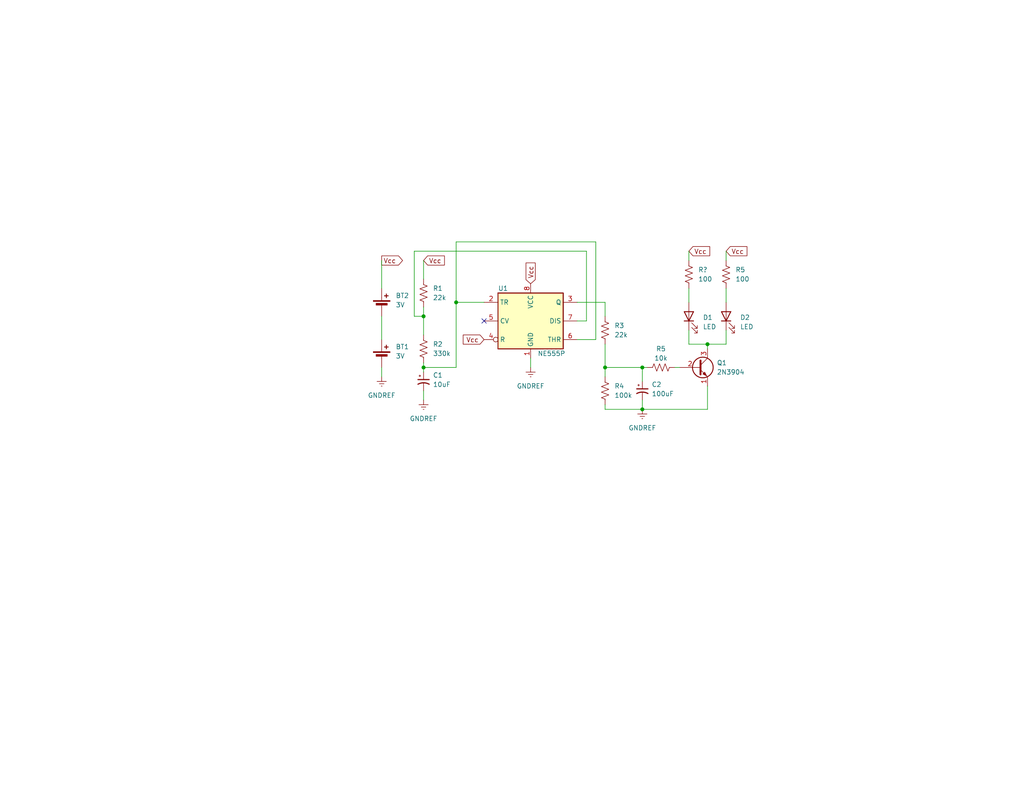
<source format=kicad_sch>
(kicad_sch (version 20230121) (generator eeschema)
  (paper "A")
  (title_block (title "555 Badge Tutorial") (date "2024-04-29") (rev "v1.0") (company "Joel Brigida"))
  (lib_symbols
    (symbol "Device:Battery_Cell" (pin_numbers hide) (pin_names (offset 0) hide)
      (property "Reference" "BT" (at 2.54 2.54 0))
      (property "Value" "Battery_Cell" (at 2.54 0 0))
      (symbol "Battery_Cell_0_1"
        (rectangle (start -2.286 1.778) (end 2.286 1.524) (fill (type outline)))
        (rectangle (start -1.524 1.016) (end 1.524 0.508) (fill (type outline)))
        (polyline (pts (xy 0 0.762) (xy 0 0)))
        (polyline (pts (xy 0 1.778) (xy 0 2.54)))
        (polyline (pts (xy 0.762 3.048) (xy 1.778 3.048)) (stroke (width 0.254)))
        (polyline (pts (xy 1.27 3.556) (xy 1.27 2.54)) (stroke (width 0.254)))
      )
      (symbol "Battery_Cell_1_1"
        (pin passive line (at 0 5.08 270) (length 2.54) (name "+") (number "1"))
        (pin passive line (at 0 -2.54 90) (length 2.54) (name "-") (number "2"))
      )
    )
    (symbol "Device:C_Polarized_Small_US" (pin_numbers hide) (pin_names (offset 0.254) hide)
      (property "Reference" "C" (at 0.254 1.778 0))
      (property "Value" "C_Polarized_Small_US" (at 0.254 -2.032 0))
      (symbol "C_Polarized_Small_US_0_1"
        (polyline (pts (xy -1.524 0.508) (xy 1.524 0.508)) (stroke (width 0.3048)))
        (polyline (pts (xy -1.27 1.524) (xy -0.762 1.524)))
        (polyline (pts (xy -1.016 1.27) (xy -1.016 1.778)))
        (arc (start 1.524 -0.762) (mid 0 -0.3734) (end -1.524 -0.762) (stroke (width 0.3048)))
      )
      (symbol "C_Polarized_Small_US_1_1"
        (pin passive line (at 0 2.54 270) (length 2.032) (name "~") (number "1"))
        (pin passive line (at 0 -2.54 90) (length 2.032) (name "~") (number "2"))
      )
    )
    (symbol "Device:LED" (pin_numbers hide) (pin_names (offset 1.016) hide)
      (property "Reference" "D" (at 0 2.54 0))
      (property "Value" "LED" (at 0 -2.54 0))
      (symbol "LED_0_1"
        (polyline (pts (xy -1.27 -1.27) (xy -1.27 1.27)) (stroke (width 0.254)))
        (polyline (pts (xy -1.27 0) (xy 1.27 0)))
        (polyline (pts (xy 1.27 -1.27) (xy 1.27 1.27) (xy -1.27 0) (xy 1.27 -1.27)) (stroke (width 0.254)))
        (polyline (pts (xy -3.048 -0.762) (xy -4.572 -2.286) (xy -3.81 -2.286) (xy -4.572 -2.286) (xy -4.572 -1.524)))
        (polyline (pts (xy -1.778 -0.762) (xy -3.302 -2.286) (xy -2.54 -2.286) (xy -3.302 -2.286) (xy -3.302 -1.524)))
      )
      (symbol "LED_1_1"
        (pin passive line (at -3.81 0 0) (length 2.54) (name "K") (number "1"))
        (pin passive line (at 3.81 0 180) (length 2.54) (name "A") (number "2"))
      )
    )
    (symbol "Device:R_US" (pin_numbers hide) (pin_names (offset 0))
      (property "Reference" "R" (at 2.54 0 90))
      (property "Value" "R_US" (at -2.54 0 90))
      (symbol "R_US_0_1"
        (polyline (pts (xy 0 -2.286) (xy 0 -2.54)))
        (polyline (pts (xy 0 2.286) (xy 0 2.54)))
        (polyline (pts (xy 0 -0.762) (xy 1.016 -1.143) (xy 0 -1.524) (xy -1.016 -1.905) (xy 0 -2.286)))
        (polyline (pts (xy 0 0.762) (xy 1.016 0.381) (xy 0 0) (xy -1.016 -0.381) (xy 0 -0.762)))
        (polyline (pts (xy 0 2.286) (xy 1.016 1.905) (xy 0 1.524) (xy -1.016 1.143) (xy 0 0.762)))
      )
      (symbol "R_US_1_1"
        (pin passive line (at 0 3.81 270) (length 1.27) (name "~") (number "1"))
        (pin passive line (at 0 -3.81 90) (length 1.27) (name "~") (number "2"))
      )
    )
    (symbol "Timer:NE555P"
      (property "Reference" "U" (at -10.16 8.89 0))
      (property "Value" "NE555P" (at 2.54 8.89 0))
      (symbol "NE555P_0_0"
        (pin power_in line (at 0 -10.16 90) (length 2.54) (name "GND") (number "1"))
        (pin power_in line (at 0 10.16 270) (length 2.54) (name "VCC") (number "8"))
      )
      (symbol "NE555P_0_1"
        (rectangle (start -8.89 -7.62) (end 8.89 7.62) (stroke (width 0.254)) (fill (type background)))
        (rectangle (start -8.89 -7.62) (end 8.89 7.62) (stroke (width 0.254)) (fill (type background)))
      )
      (symbol "NE555P_1_1"
        (pin input line (at -12.7 5.08 0) (length 3.81) (name "TR") (number "2"))
        (pin output line (at 12.7 5.08 180) (length 3.81) (name "Q") (number "3"))
        (pin input inverted (at -12.7 -5.08 0) (length 3.81) (name "R") (number "4"))
        (pin input line (at -12.7 0 0) (length 3.81) (name "CV") (number "5"))
        (pin input line (at 12.7 -5.08 180) (length 3.81) (name "THR") (number "6"))
        (pin input line (at 12.7 0 180) (length 3.81) (name "DIS") (number "7"))
      )
    )
    (symbol "Transistor_BJT:2N3904" (pin_names (offset 0) hide)
      (property "Reference" "Q" (at 5.08 1.905 0))
      (property "Value" "2N3904" (at 5.08 0 0))
      (symbol "2N3904_0_1"
        (polyline (pts (xy 0.635 0.635) (xy 2.54 2.54)))
        (polyline (pts (xy 0.635 -0.635) (xy 2.54 -2.54) (xy 2.54 -2.54)))
        (polyline (pts (xy 0.635 1.905) (xy 0.635 -1.905) (xy 0.635 -1.905)) (stroke (width 0.508)))
        (polyline (pts (xy 1.27 -1.778) (xy 1.778 -1.27) (xy 2.286 -2.286) (xy 1.27 -1.778) (xy 1.27 -1.778)) (fill (type outline)))
        (circle (center 1.27 0) (radius 2.8194) (stroke (width 0.254)))
      )
      (symbol "2N3904_1_1"
        (pin passive line (at 2.54 -5.08 90) (length 2.54) (name "E") (number "1"))
        (pin passive line (at -5.08 0 0) (length 5.715) (name "B") (number "2"))
        (pin passive line (at 2.54 5.08 270) (length 2.54) (name "C") (number "3"))
      )
    )
    (symbol "power:GNDREF" (power) (pin_names (offset 0))
      (property "Value" "GNDREF" (at 0 -3.81 0))
      (symbol "GNDREF_0_1"
        (polyline (pts (xy -0.635 -1.905) (xy 0.635 -1.905)))
        (polyline (pts (xy -0.127 -2.54) (xy 0.127 -2.54)))
        (polyline (pts (xy 0 -1.27) (xy 0 0)))
        (polyline (pts (xy 1.27 -1.27) (xy -1.27 -1.27)))
      )
      (symbol "GNDREF_1_1"
        (pin power_in line (at 0 0 270) (length 0) hide (name "GNDREF") (number "1"))
      )
    )
  )
  (junction (at 165.1 100.33))
  (junction (at 124.46 82.55))
  (junction (at 115.57 86.36))
  (junction (at 175.26 100.33))
  (junction (at 193.04 93.98))
  (junction (at 115.57 100.33))
  (junction (at 175.26 111.76))
  (no_connect (at 132.08 87.63))
  (wire (pts (xy 198.12 78.74) (xy 198.12 82.55)))
  (wire (pts (xy 165.1 93.98) (xy 165.1 100.33)))
  (wire (pts (xy 115.57 86.36) (xy 115.57 91.44)))
  (wire (pts (xy 193.04 111.76) (xy 175.26 111.76)))
  (wire (pts (xy 187.96 90.17) (xy 187.96 93.98)))
  (wire (pts (xy 175.26 100.33) (xy 175.26 104.14)))
  (wire (pts (xy 124.46 100.33) (xy 115.57 100.33)))
  (wire (pts (xy 165.1 100.33) (xy 175.26 100.33)))
  (wire (pts (xy 104.14 71.12) (xy 104.14 78.74)))
  (wire (pts (xy 165.1 100.33) (xy 165.1 102.87)))
  (wire (pts (xy 187.96 93.98) (xy 193.04 93.98)))
  (wire (pts (xy 113.03 86.36) (xy 115.57 86.36)))
  (wire (pts (xy 193.04 93.98) (xy 193.04 95.25)))
  (wire (pts (xy 175.26 111.76) (xy 165.1 111.76)))
  (wire (pts (xy 115.57 99.06) (xy 115.57 100.33)))
  (wire (pts (xy 124.46 82.55) (xy 124.46 100.33)))
  (wire (pts (xy 165.1 82.55) (xy 165.1 86.36)))
  (wire (pts (xy 198.12 93.98) (xy 198.12 90.17)))
  (wire (pts (xy 157.48 82.55) (xy 165.1 82.55)))
  (wire (pts (xy 184.15 100.33) (xy 185.42 100.33)))
  (wire (pts (xy 113.03 68.58) (xy 160.02 68.58)))
  (wire (pts (xy 160.02 87.63) (xy 160.02 68.58)))
  (wire (pts (xy 115.57 83.82) (xy 115.57 86.36)))
  (wire (pts (xy 144.78 97.79) (xy 144.78 100.33)))
  (wire (pts (xy 187.96 78.74) (xy 187.96 82.55)))
  (wire (pts (xy 115.57 106.68) (xy 115.57 109.22)))
  (wire (pts (xy 157.48 92.71) (xy 162.56 92.71)))
  (wire (pts (xy 113.03 68.58) (xy 113.03 86.36)))
  (wire (pts (xy 162.56 92.71) (xy 162.56 66.04)))
  (wire (pts (xy 124.46 66.04) (xy 124.46 82.55)))
  (wire (pts (xy 115.57 71.12) (xy 115.57 76.2)))
  (wire (pts (xy 187.96 68.58) (xy 187.96 71.12)))
  (wire (pts (xy 193.04 105.41) (xy 193.04 111.76)))
  (wire (pts (xy 193.04 93.98) (xy 198.12 93.98)))
  (wire (pts (xy 198.12 68.58) (xy 198.12 71.12)))
  (wire (pts (xy 165.1 110.49) (xy 165.1 111.76)))
  (wire (pts (xy 132.08 82.55) (xy 124.46 82.55)))
  (wire (pts (xy 176.53 100.33) (xy 175.26 100.33)))
  (wire (pts (xy 175.26 109.22) (xy 175.26 111.76)))
  (wire (pts (xy 115.57 100.33) (xy 115.57 101.6)))
  (wire (pts (xy 157.48 87.63) (xy 160.02 87.63)))
  (wire (pts (xy 104.14 86.36) (xy 104.14 92.71)))
  (wire (pts (xy 104.14 100.33) (xy 104.14 102.87)))
  (wire (pts (xy 162.56 66.04) (xy 124.46 66.04)))
  (global_label "Vcc" (shape input) (at 198.12 68.58 0) (property "Intersheetrefs" "${INTERSHEET_REFS}" (effects hide)))
  (global_label "Vcc" (shape input) (at 132.08 92.71 180) (property "Intersheetrefs" "${INTERSHEET_REFS}" (effects hide)))
  (global_label "Vcc" (shape input) (at 115.57 71.12 0) (property "Intersheetrefs" "${INTERSHEET_REFS}" (effects hide)))
  (global_label "Vcc" (shape input) (at 187.96 68.58 0) (property "Intersheetrefs" "${INTERSHEET_REFS}" (effects hide)))
  (global_label "Vcc" (shape output) (at 104.14 71.12 0) (property "Intersheetrefs" "${INTERSHEET_REFS}" (effects hide)))
  (global_label "Vcc" (shape input) (at 144.78 77.47 90) (property "Intersheetrefs" "${INTERSHEET_REFS}" (effects hide)))
  (symbol (lib_id "Timer:NE555P") (at 144.78 87.63 0) (unit 1)
    (property "Reference" "U1" (at 135.89 78.74 0) (effects (justify left)))
    (property "Value" "NE555P" (at 146.685 96.52 0) (effects (justify left)))
    (property "Footprint" "Package_DIP:DIP-8_W7.62mm" (effects hide))
    (property "Datasheet" "http://www.ti.com/lit/ds/symlink/ne555.pdf" (effects hide))
  )
  (symbol (lib_id "Device:R_US") (at 115.57 95.25 0) (unit 1)
    (property "Reference" "R2" (at 118.11 93.98 0) (effects (justify left)))
    (property "Value" "330k" (at 118.11 96.52 0) (effects (justify left)))
  )
  (symbol (lib_id "Device:R_US") (at 187.96 74.93 0) (unit 1)
    (property "Reference" "R?" (at 190.5 73.66 0) (effects (justify left)))
    (property "Value" "100" (at 190.5 76.2 0) (effects (justify left)))
  )
  (symbol (lib_id "Device:R_US") (at 180.34 100.33 270) (unit 1)
    (property "Reference" "R5" (at 180.34 95.25 90))
    (property "Value" "10k" (at 180.34 97.79 90))
  )
  (symbol (lib_id "power:GNDREF") (at 175.26 111.76 0) (unit 1)
    (property "Reference" "#PWR04" (effects hide))
    (property "Value" "GNDREF" (at 175.26 116.84 0))
  )
  (symbol (lib_id "Device:R_US") (at 165.1 90.17 180) (unit 1)
    (property "Reference" "R3" (at 167.64 88.9 0) (effects (justify right)))
    (property "Value" "22k" (at 167.64 91.44 0) (effects (justify right)))
  )
  (symbol (lib_id "Device:R_US") (at 165.1 106.68 0) (unit 1)
    (property "Reference" "R4" (at 167.64 105.41 0) (effects (justify left)))
    (property "Value" "100k" (at 167.64 107.95 0) (effects (justify left)))
  )
  (symbol (lib_id "Device:C_Polarized_Small_US") (at 175.26 106.68 0) (unit 1)
    (property "Reference" "C2" (at 177.8 104.9782 0) (effects (justify left)))
    (property "Value" "100uF" (at 177.8 107.5182 0) (effects (justify left)))
  )
  (symbol (lib_id "Device:R_US") (at 115.57 80.01 0) (unit 1)
    (property "Reference" "R1" (at 118.11 78.74 0) (effects (justify left)))
    (property "Value" "22k" (at 118.11 81.28 0) (effects (justify left)))
  )
  (symbol (lib_id "power:GNDREF") (at 104.14 102.87 0) (unit 1)
    (property "Reference" "#PWR02" (effects hide))
    (property "Value" "GNDREF" (at 104.14 107.95 0))
  )
  (symbol (lib_id "Device:LED") (at 187.96 86.36 90) (unit 1)
    (property "Reference" "D1" (at 191.77 86.6775 90) (effects (justify right)))
    (property "Value" "LED" (at 191.77 89.2175 90) (effects (justify right)))
  )
  (symbol (lib_id "power:GNDREF") (at 115.57 109.22 0) (unit 1)
    (property "Reference" "#PWR03" (effects hide))
    (property "Value" "GNDREF" (at 115.57 114.3 0))
  )
  (symbol (lib_id "Device:R_US") (at 198.12 74.93 0) (unit 1)
    (property "Reference" "R5" (at 200.66 73.66 0) (effects (justify left)))
    (property "Value" "100" (at 200.66 76.2 0) (effects (justify left)))
  )
  (symbol (lib_id "Device:LED") (at 198.12 86.36 90) (unit 1)
    (property "Reference" "D2" (at 201.93 86.6775 90) (effects (justify right)))
    (property "Value" "LED" (at 201.93 89.2175 90) (effects (justify right)))
  )
  (symbol (lib_id "Transistor_BJT:2N3904") (at 190.5 100.33 0) (unit 1)
    (property "Reference" "Q1" (at 195.58 99.06 0) (effects (justify left)))
    (property "Value" "2N3904" (at 195.58 101.6 0) (effects (justify left)))
    (property "Footprint" "Package_TO_SOT_THT:TO-92_Inline" (effects hide))
    (property "Datasheet" "https://www.onsemi.com/pub/Collateral/2N3903-D.PDF" (effects hide))
  )
  (symbol (lib_id "power:GNDREF") (at 144.78 100.33 0) (unit 1)
    (property "Reference" "#PWR01" (effects hide))
    (property "Value" "GNDREF" (at 144.78 105.41 0))
  )
  (symbol (lib_id "Device:Battery_Cell") (at 104.14 97.79 0) (unit 1)
    (property "Reference" "BT1" (at 107.95 94.6785 0) (effects (justify left)))
    (property "Value" "3V" (at 107.95 97.2185 0) (effects (justify left)))
  )
  (symbol (lib_id "Device:Battery_Cell") (at 104.14 83.82 0) (unit 1)
    (property "Reference" "BT2" (at 107.95 80.7085 0) (effects (justify left)))
    (property "Value" "3V" (at 107.95 83.2485 0) (effects (justify left)))
  )
  (symbol (lib_id "Device:C_Polarized_Small_US") (at 115.57 104.14 0) (unit 1)
    (property "Reference" "C1" (at 118.11 102.4382 0) (effects (justify left)))
    (property "Value" "10uF" (at 118.11 104.9782 0) (effects (justify left)))
  )
)
</source>
